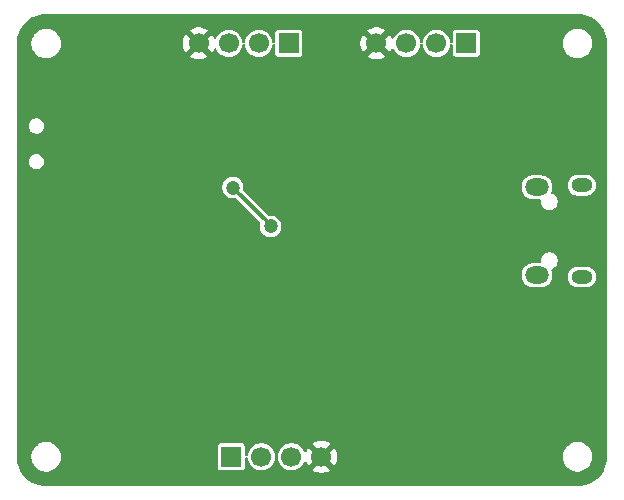
<source format=gbr>
%TF.GenerationSoftware,KiCad,Pcbnew,9.0.1*%
%TF.CreationDate,2025-06-08T22:19:25+02:00*%
%TF.ProjectId,STM32_Custom_Board,53544d33-325f-4437-9573-746f6d5f426f,rev?*%
%TF.SameCoordinates,Original*%
%TF.FileFunction,Copper,L2,Bot*%
%TF.FilePolarity,Positive*%
%FSLAX46Y46*%
G04 Gerber Fmt 4.6, Leading zero omitted, Abs format (unit mm)*
G04 Created by KiCad (PCBNEW 9.0.1) date 2025-06-08 22:19:25*
%MOMM*%
%LPD*%
G01*
G04 APERTURE LIST*
%TA.AperFunction,ComponentPad*%
%ADD10R,1.700000X1.700000*%
%TD*%
%TA.AperFunction,ComponentPad*%
%ADD11C,1.700000*%
%TD*%
%TA.AperFunction,HeatsinkPad*%
%ADD12O,1.800000X1.150000*%
%TD*%
%TA.AperFunction,HeatsinkPad*%
%ADD13O,2.000000X1.450000*%
%TD*%
%TA.AperFunction,ViaPad*%
%ADD14C,1.200000*%
%TD*%
%TA.AperFunction,Conductor*%
%ADD15C,0.300000*%
%TD*%
G04 APERTURE END LIST*
D10*
%TO.P,J3,1,Pin_1*%
%TO.N,+3.3V*%
X91540000Y-59500000D03*
D11*
%TO.P,J3,2,Pin_2*%
%TO.N,/USART1_TX*%
X89000000Y-59500000D03*
%TO.P,J3,3,Pin_3*%
%TO.N,/USART_RX*%
X86460000Y-59500000D03*
%TO.P,J3,4,Pin_4*%
%TO.N,GND*%
X83920000Y-59500000D03*
%TD*%
D12*
%TO.P,J1,6,Shield*%
%TO.N,unconnected-(J1-Shield-Pad6)_3*%
X116350000Y-79275000D03*
D13*
%TO.N,unconnected-(J1-Shield-Pad6)*%
X112550000Y-79125000D03*
%TO.N,unconnected-(J1-Shield-Pad6)_1*%
X112550000Y-71675000D03*
D12*
%TO.N,unconnected-(J1-Shield-Pad6)_2*%
X116350000Y-71525000D03*
%TD*%
D10*
%TO.P,J2,1,Pin_1*%
%TO.N,+3.3V*%
X106580000Y-59500000D03*
D11*
%TO.P,J2,2,Pin_2*%
%TO.N,/SWDIO*%
X104040000Y-59500000D03*
%TO.P,J2,3,Pin_3*%
%TO.N,/SWCLK*%
X101500000Y-59500000D03*
%TO.P,J2,4,Pin_4*%
%TO.N,GND*%
X98960000Y-59500000D03*
%TD*%
D10*
%TO.P,J4,1,Pin_1*%
%TO.N,+3.3V*%
X86690000Y-94500000D03*
D11*
%TO.P,J4,2,Pin_2*%
%TO.N,/I2CS_SCL*%
X89230000Y-94500000D03*
%TO.P,J4,3,Pin_3*%
%TO.N,/I2CS_SDA*%
X91770000Y-94500000D03*
%TO.P,J4,4,Pin_4*%
%TO.N,GND*%
X94310000Y-94500000D03*
%TD*%
D14*
%TO.N,GND*%
X83000000Y-78500000D03*
X90000000Y-66100000D03*
X116700000Y-84500000D03*
X81000000Y-71400000D03*
X78700000Y-79100000D03*
X89400000Y-77900000D03*
X110100000Y-74100000D03*
X109100000Y-83100000D03*
X84750000Y-71800000D03*
X89850000Y-84600000D03*
X84600000Y-85800000D03*
X84400000Y-75700000D03*
X84600000Y-81100000D03*
X109100000Y-84400000D03*
X110600000Y-84400000D03*
X100500000Y-74000000D03*
X74000000Y-70200000D03*
X112000000Y-84500000D03*
X83200000Y-72000000D03*
X93900000Y-78900000D03*
%TO.N,/BOOT0*%
X86800000Y-71700000D03*
X90000000Y-75000000D03*
%TD*%
D15*
%TO.N,/BOOT0*%
X90000000Y-74900000D02*
X90000000Y-75000000D01*
X86800000Y-71700000D02*
X90000000Y-74900000D01*
%TD*%
%TA.AperFunction,Conductor*%
%TO.N,GND*%
G36*
X116003736Y-57000726D02*
G01*
X116293796Y-57018271D01*
X116308659Y-57020076D01*
X116590798Y-57071780D01*
X116605335Y-57075363D01*
X116879172Y-57160695D01*
X116893163Y-57166000D01*
X117154743Y-57283727D01*
X117167989Y-57290680D01*
X117413465Y-57439075D01*
X117425776Y-57447573D01*
X117651573Y-57624473D01*
X117662781Y-57634403D01*
X117865596Y-57837218D01*
X117875526Y-57848426D01*
X117995481Y-58001538D01*
X118052422Y-58074217D01*
X118060928Y-58086540D01*
X118209316Y-58332004D01*
X118216275Y-58345263D01*
X118333997Y-58606831D01*
X118339306Y-58620832D01*
X118424635Y-58894663D01*
X118428219Y-58909201D01*
X118479923Y-59191340D01*
X118481728Y-59206205D01*
X118499274Y-59496263D01*
X118499500Y-59503750D01*
X118499500Y-94496249D01*
X118499274Y-94503736D01*
X118481728Y-94793794D01*
X118479923Y-94808659D01*
X118428219Y-95090798D01*
X118424635Y-95105336D01*
X118339306Y-95379167D01*
X118333997Y-95393168D01*
X118216275Y-95654736D01*
X118209316Y-95667995D01*
X118060928Y-95913459D01*
X118052422Y-95925782D01*
X117875526Y-96151573D01*
X117865596Y-96162781D01*
X117662781Y-96365596D01*
X117651573Y-96375526D01*
X117425782Y-96552422D01*
X117413459Y-96560928D01*
X117167995Y-96709316D01*
X117154736Y-96716275D01*
X116893168Y-96833997D01*
X116879167Y-96839306D01*
X116605336Y-96924635D01*
X116590798Y-96928219D01*
X116308659Y-96979923D01*
X116293794Y-96981728D01*
X116003736Y-96999274D01*
X115996249Y-96999500D01*
X71003751Y-96999500D01*
X70996264Y-96999274D01*
X70706205Y-96981728D01*
X70691340Y-96979923D01*
X70409201Y-96928219D01*
X70394663Y-96924635D01*
X70120832Y-96839306D01*
X70106831Y-96833997D01*
X69845263Y-96716275D01*
X69832004Y-96709316D01*
X69586540Y-96560928D01*
X69574217Y-96552422D01*
X69348426Y-96375526D01*
X69337218Y-96365596D01*
X69134403Y-96162781D01*
X69124473Y-96151573D01*
X68947573Y-95925776D01*
X68939075Y-95913465D01*
X68790680Y-95667989D01*
X68783727Y-95654743D01*
X68666000Y-95393163D01*
X68660693Y-95379167D01*
X68660190Y-95377554D01*
X68575363Y-95105335D01*
X68571780Y-95090798D01*
X68520076Y-94808659D01*
X68518271Y-94793794D01*
X68518212Y-94792826D01*
X68500726Y-94503736D01*
X68500500Y-94496249D01*
X68500500Y-94401577D01*
X69749500Y-94401577D01*
X69749500Y-94598422D01*
X69780290Y-94792826D01*
X69841117Y-94980029D01*
X69930476Y-95155405D01*
X70046172Y-95314646D01*
X70185354Y-95453828D01*
X70344595Y-95569524D01*
X70427455Y-95611743D01*
X70519970Y-95658882D01*
X70519972Y-95658882D01*
X70519975Y-95658884D01*
X70548016Y-95667995D01*
X70707173Y-95719709D01*
X70901578Y-95750500D01*
X70901583Y-95750500D01*
X71098422Y-95750500D01*
X71292826Y-95719709D01*
X71480025Y-95658884D01*
X71655405Y-95569524D01*
X71814646Y-95453828D01*
X71953828Y-95314646D01*
X72069524Y-95155405D01*
X72158884Y-94980025D01*
X72219709Y-94792826D01*
X72238851Y-94671969D01*
X72250500Y-94598422D01*
X72250500Y-94401577D01*
X72219709Y-94207173D01*
X72183450Y-94095581D01*
X72158884Y-94019975D01*
X72158882Y-94019972D01*
X72158882Y-94019970D01*
X72111743Y-93927455D01*
X72069524Y-93844595D01*
X71953828Y-93685354D01*
X71873605Y-93605131D01*
X85539500Y-93605131D01*
X85539500Y-95394856D01*
X85539502Y-95394882D01*
X85542413Y-95419987D01*
X85542415Y-95419991D01*
X85587793Y-95522764D01*
X85587794Y-95522765D01*
X85667235Y-95602206D01*
X85770009Y-95647585D01*
X85795135Y-95650500D01*
X87584864Y-95650499D01*
X87584879Y-95650497D01*
X87584882Y-95650497D01*
X87609987Y-95647586D01*
X87609988Y-95647585D01*
X87609991Y-95647585D01*
X87712765Y-95602206D01*
X87792206Y-95522765D01*
X87837585Y-95419991D01*
X87840500Y-95394865D01*
X87840499Y-94657125D01*
X87860183Y-94590089D01*
X87912987Y-94544334D01*
X87982146Y-94534390D01*
X88045702Y-94563415D01*
X88083476Y-94622193D01*
X88086972Y-94637729D01*
X88107829Y-94769410D01*
X88163787Y-94941636D01*
X88163788Y-94941639D01*
X88246006Y-95102997D01*
X88352441Y-95249494D01*
X88352445Y-95249499D01*
X88480500Y-95377554D01*
X88480505Y-95377558D01*
X88585479Y-95453825D01*
X88627006Y-95483996D01*
X88703094Y-95522765D01*
X88788360Y-95566211D01*
X88788363Y-95566212D01*
X88874476Y-95594191D01*
X88960591Y-95622171D01*
X89043429Y-95635291D01*
X89139449Y-95650500D01*
X89139454Y-95650500D01*
X89320551Y-95650500D01*
X89407259Y-95636765D01*
X89499409Y-95622171D01*
X89671639Y-95566211D01*
X89832994Y-95483996D01*
X89979501Y-95377553D01*
X90107553Y-95249501D01*
X90213996Y-95102994D01*
X90296211Y-94941639D01*
X90352171Y-94769409D01*
X90367604Y-94671969D01*
X90377527Y-94609321D01*
X90407456Y-94546186D01*
X90466768Y-94509255D01*
X90536630Y-94510253D01*
X90594863Y-94548863D01*
X90622473Y-94609321D01*
X90647829Y-94769410D01*
X90703787Y-94941636D01*
X90703788Y-94941639D01*
X90786006Y-95102997D01*
X90892441Y-95249494D01*
X90892445Y-95249499D01*
X91020500Y-95377554D01*
X91020505Y-95377558D01*
X91125479Y-95453825D01*
X91167006Y-95483996D01*
X91243094Y-95522765D01*
X91328360Y-95566211D01*
X91328363Y-95566212D01*
X91414476Y-95594191D01*
X91500591Y-95622171D01*
X91583429Y-95635291D01*
X91679449Y-95650500D01*
X91679454Y-95650500D01*
X91860551Y-95650500D01*
X91947259Y-95636765D01*
X92039409Y-95622171D01*
X92211639Y-95566211D01*
X92372994Y-95483996D01*
X92495669Y-95394868D01*
X92519495Y-95377558D01*
X92519497Y-95377555D01*
X92519501Y-95377553D01*
X92647553Y-95249501D01*
X92753996Y-95102994D01*
X92821090Y-94971314D01*
X92869065Y-94920519D01*
X92936886Y-94903724D01*
X93003021Y-94926262D01*
X93046472Y-94980977D01*
X93049506Y-94989292D01*
X93058904Y-95018217D01*
X93155375Y-95207550D01*
X93194728Y-95261716D01*
X93827037Y-94629408D01*
X93844075Y-94692993D01*
X93909901Y-94807007D01*
X94002993Y-94900099D01*
X94117007Y-94965925D01*
X94180590Y-94982962D01*
X93548282Y-95615269D01*
X93548282Y-95615270D01*
X93602449Y-95654624D01*
X93791782Y-95751095D01*
X93993870Y-95816757D01*
X94203754Y-95850000D01*
X94416246Y-95850000D01*
X94626127Y-95816757D01*
X94626130Y-95816757D01*
X94828217Y-95751095D01*
X95017554Y-95654622D01*
X95071716Y-95615270D01*
X95071717Y-95615270D01*
X94439408Y-94982962D01*
X94502993Y-94965925D01*
X94617007Y-94900099D01*
X94710099Y-94807007D01*
X94775925Y-94692993D01*
X94792962Y-94629408D01*
X95425270Y-95261717D01*
X95425270Y-95261716D01*
X95464622Y-95207554D01*
X95561095Y-95018217D01*
X95626757Y-94816130D01*
X95626757Y-94816127D01*
X95660000Y-94606246D01*
X95660000Y-94401577D01*
X114749500Y-94401577D01*
X114749500Y-94598422D01*
X114780290Y-94792826D01*
X114841117Y-94980029D01*
X114930476Y-95155405D01*
X115046172Y-95314646D01*
X115185354Y-95453828D01*
X115344595Y-95569524D01*
X115427455Y-95611743D01*
X115519970Y-95658882D01*
X115519972Y-95658882D01*
X115519975Y-95658884D01*
X115548016Y-95667995D01*
X115707173Y-95719709D01*
X115901578Y-95750500D01*
X115901583Y-95750500D01*
X116098422Y-95750500D01*
X116292826Y-95719709D01*
X116480025Y-95658884D01*
X116655405Y-95569524D01*
X116814646Y-95453828D01*
X116953828Y-95314646D01*
X117069524Y-95155405D01*
X117158884Y-94980025D01*
X117219709Y-94792826D01*
X117238851Y-94671969D01*
X117250500Y-94598422D01*
X117250500Y-94401577D01*
X117219709Y-94207173D01*
X117183450Y-94095581D01*
X117158884Y-94019975D01*
X117158882Y-94019972D01*
X117158882Y-94019970D01*
X117111743Y-93927455D01*
X117069524Y-93844595D01*
X116953828Y-93685354D01*
X116814646Y-93546172D01*
X116655405Y-93430476D01*
X116591261Y-93397793D01*
X116480029Y-93341117D01*
X116292826Y-93280290D01*
X116098422Y-93249500D01*
X116098417Y-93249500D01*
X115901583Y-93249500D01*
X115901578Y-93249500D01*
X115707173Y-93280290D01*
X115519970Y-93341117D01*
X115344594Y-93430476D01*
X115280238Y-93477234D01*
X115185354Y-93546172D01*
X115185352Y-93546174D01*
X115185351Y-93546174D01*
X115046174Y-93685351D01*
X115046174Y-93685352D01*
X115046172Y-93685354D01*
X115007717Y-93738282D01*
X114930476Y-93844594D01*
X114841117Y-94019970D01*
X114780290Y-94207173D01*
X114749500Y-94401577D01*
X95660000Y-94401577D01*
X95660000Y-94393753D01*
X95626757Y-94183872D01*
X95626757Y-94183869D01*
X95561095Y-93981782D01*
X95464624Y-93792449D01*
X95425270Y-93738282D01*
X95425269Y-93738282D01*
X94792962Y-94370590D01*
X94775925Y-94307007D01*
X94710099Y-94192993D01*
X94617007Y-94099901D01*
X94502993Y-94034075D01*
X94439409Y-94017037D01*
X95071716Y-93384728D01*
X95017550Y-93345375D01*
X94828217Y-93248904D01*
X94626129Y-93183242D01*
X94416246Y-93150000D01*
X94203754Y-93150000D01*
X93993872Y-93183242D01*
X93993869Y-93183242D01*
X93791782Y-93248904D01*
X93602439Y-93345380D01*
X93548282Y-93384727D01*
X93548282Y-93384728D01*
X94180591Y-94017037D01*
X94117007Y-94034075D01*
X94002993Y-94099901D01*
X93909901Y-94192993D01*
X93844075Y-94307007D01*
X93827037Y-94370591D01*
X93194728Y-93738282D01*
X93194727Y-93738282D01*
X93155380Y-93792439D01*
X93058905Y-93981781D01*
X93049506Y-94010708D01*
X93010068Y-94068383D01*
X92945709Y-94095581D01*
X92876862Y-94083666D01*
X92825387Y-94036421D01*
X92821090Y-94028684D01*
X92797191Y-93981781D01*
X92753996Y-93897006D01*
X92740396Y-93878287D01*
X92647558Y-93750505D01*
X92647554Y-93750500D01*
X92519499Y-93622445D01*
X92519494Y-93622441D01*
X92395432Y-93532305D01*
X92372996Y-93516005D01*
X92211639Y-93433788D01*
X92211636Y-93433787D01*
X92039410Y-93377829D01*
X91860551Y-93349500D01*
X91860546Y-93349500D01*
X91679454Y-93349500D01*
X91679449Y-93349500D01*
X91500589Y-93377829D01*
X91328363Y-93433787D01*
X91328360Y-93433788D01*
X91167002Y-93516006D01*
X91020505Y-93622441D01*
X91020500Y-93622445D01*
X90892445Y-93750500D01*
X90892441Y-93750505D01*
X90786006Y-93897002D01*
X90703788Y-94058360D01*
X90703787Y-94058363D01*
X90647829Y-94230589D01*
X90622473Y-94390678D01*
X90592544Y-94453813D01*
X90533232Y-94490744D01*
X90463369Y-94489746D01*
X90405137Y-94451136D01*
X90377527Y-94390678D01*
X90363740Y-94303639D01*
X90352171Y-94230591D01*
X90309708Y-94099901D01*
X90296212Y-94058363D01*
X90296211Y-94058360D01*
X90257191Y-93981781D01*
X90213996Y-93897006D01*
X90200396Y-93878287D01*
X90107558Y-93750505D01*
X90107554Y-93750500D01*
X89979499Y-93622445D01*
X89979494Y-93622441D01*
X89832997Y-93516006D01*
X89832996Y-93516005D01*
X89832994Y-93516004D01*
X89756906Y-93477235D01*
X89671639Y-93433788D01*
X89671636Y-93433787D01*
X89499410Y-93377829D01*
X89320551Y-93349500D01*
X89320546Y-93349500D01*
X89139454Y-93349500D01*
X89139449Y-93349500D01*
X88960589Y-93377829D01*
X88788363Y-93433787D01*
X88788360Y-93433788D01*
X88627002Y-93516006D01*
X88480505Y-93622441D01*
X88480500Y-93622445D01*
X88352445Y-93750500D01*
X88352441Y-93750505D01*
X88246006Y-93897002D01*
X88163788Y-94058360D01*
X88163787Y-94058363D01*
X88107829Y-94230589D01*
X88086972Y-94362271D01*
X88057042Y-94425405D01*
X87997731Y-94462336D01*
X87927868Y-94461338D01*
X87869636Y-94422728D01*
X87841522Y-94358764D01*
X87840499Y-94342872D01*
X87840499Y-93605143D01*
X87840499Y-93605136D01*
X87840497Y-93605117D01*
X87837586Y-93580012D01*
X87837585Y-93580010D01*
X87837585Y-93580009D01*
X87792206Y-93477235D01*
X87712765Y-93397794D01*
X87712763Y-93397793D01*
X87609992Y-93352415D01*
X87584865Y-93349500D01*
X85795143Y-93349500D01*
X85795117Y-93349502D01*
X85770012Y-93352413D01*
X85770008Y-93352415D01*
X85667235Y-93397793D01*
X85587794Y-93477234D01*
X85542415Y-93580006D01*
X85542415Y-93580008D01*
X85539500Y-93605131D01*
X71873605Y-93605131D01*
X71814646Y-93546172D01*
X71655405Y-93430476D01*
X71591261Y-93397793D01*
X71480029Y-93341117D01*
X71292826Y-93280290D01*
X71098422Y-93249500D01*
X71098417Y-93249500D01*
X70901583Y-93249500D01*
X70901578Y-93249500D01*
X70707173Y-93280290D01*
X70519970Y-93341117D01*
X70344594Y-93430476D01*
X70280238Y-93477234D01*
X70185354Y-93546172D01*
X70185352Y-93546174D01*
X70185351Y-93546174D01*
X70046174Y-93685351D01*
X70046174Y-93685352D01*
X70046172Y-93685354D01*
X70007717Y-93738282D01*
X69930476Y-93844594D01*
X69841117Y-94019970D01*
X69780290Y-94207173D01*
X69749500Y-94401577D01*
X68500500Y-94401577D01*
X68500500Y-79023992D01*
X111249500Y-79023992D01*
X111249500Y-79226007D01*
X111288907Y-79424119D01*
X111288909Y-79424127D01*
X111366212Y-79610752D01*
X111366217Y-79610762D01*
X111478441Y-79778718D01*
X111621281Y-79921558D01*
X111789237Y-80033782D01*
X111789241Y-80033784D01*
X111789244Y-80033786D01*
X111975873Y-80111091D01*
X112173992Y-80150499D01*
X112173996Y-80150500D01*
X112173997Y-80150500D01*
X112926004Y-80150500D01*
X112926005Y-80150499D01*
X113124127Y-80111091D01*
X113310756Y-80033786D01*
X113478718Y-79921558D01*
X113621558Y-79778718D01*
X113733786Y-79610756D01*
X113811091Y-79424127D01*
X113850500Y-79226003D01*
X113850500Y-79188766D01*
X115149500Y-79188766D01*
X115149500Y-79361233D01*
X115183143Y-79530366D01*
X115183146Y-79530378D01*
X115249138Y-79689698D01*
X115249145Y-79689711D01*
X115344954Y-79833098D01*
X115344957Y-79833102D01*
X115466897Y-79955042D01*
X115466901Y-79955045D01*
X115610288Y-80050854D01*
X115610301Y-80050861D01*
X115755708Y-80111090D01*
X115769626Y-80116855D01*
X115938766Y-80150499D01*
X115938769Y-80150500D01*
X115938771Y-80150500D01*
X116761231Y-80150500D01*
X116761232Y-80150499D01*
X116930374Y-80116855D01*
X117089705Y-80050858D01*
X117233099Y-79955045D01*
X117355045Y-79833099D01*
X117450858Y-79689705D01*
X117516855Y-79530374D01*
X117550500Y-79361229D01*
X117550500Y-79188771D01*
X117550500Y-79188768D01*
X117550499Y-79188766D01*
X117516856Y-79019633D01*
X117516855Y-79019626D01*
X117516853Y-79019621D01*
X117450861Y-78860301D01*
X117450854Y-78860288D01*
X117355045Y-78716901D01*
X117355042Y-78716897D01*
X117233102Y-78594957D01*
X117233098Y-78594954D01*
X117089711Y-78499145D01*
X117089698Y-78499138D01*
X116930378Y-78433146D01*
X116930366Y-78433143D01*
X116761232Y-78399500D01*
X116761229Y-78399500D01*
X115938771Y-78399500D01*
X115938768Y-78399500D01*
X115769633Y-78433143D01*
X115769621Y-78433146D01*
X115610301Y-78499138D01*
X115610288Y-78499145D01*
X115466901Y-78594954D01*
X115466897Y-78594957D01*
X115344957Y-78716897D01*
X115344954Y-78716901D01*
X115249145Y-78860288D01*
X115249138Y-78860301D01*
X115183146Y-79019621D01*
X115183143Y-79019633D01*
X115149500Y-79188766D01*
X113850500Y-79188766D01*
X113850500Y-79023997D01*
X113811091Y-78825873D01*
X113768354Y-78722697D01*
X113760885Y-78653227D01*
X113792160Y-78590748D01*
X113835457Y-78560685D01*
X113931811Y-78520775D01*
X114046542Y-78444114D01*
X114144114Y-78346542D01*
X114220775Y-78231811D01*
X114227236Y-78216214D01*
X114273578Y-78104332D01*
X114273580Y-78104328D01*
X114287975Y-78031959D01*
X114300500Y-77968995D01*
X114300500Y-77831004D01*
X114273581Y-77695677D01*
X114273580Y-77695676D01*
X114273580Y-77695672D01*
X114273578Y-77695667D01*
X114220778Y-77568195D01*
X114220771Y-77568182D01*
X114144114Y-77453458D01*
X114144111Y-77453454D01*
X114046545Y-77355888D01*
X114046541Y-77355885D01*
X113931817Y-77279228D01*
X113931804Y-77279221D01*
X113804332Y-77226421D01*
X113804322Y-77226418D01*
X113668995Y-77199500D01*
X113668993Y-77199500D01*
X113531007Y-77199500D01*
X113531005Y-77199500D01*
X113395677Y-77226418D01*
X113395667Y-77226421D01*
X113268195Y-77279221D01*
X113268182Y-77279228D01*
X113153458Y-77355885D01*
X113153454Y-77355888D01*
X113055888Y-77453454D01*
X113055885Y-77453458D01*
X112979228Y-77568182D01*
X112979221Y-77568195D01*
X112926421Y-77695667D01*
X112926418Y-77695677D01*
X112899500Y-77831004D01*
X112899500Y-77975085D01*
X112896710Y-77975085D01*
X112885942Y-78031959D01*
X112837892Y-78082683D01*
X112775541Y-78099500D01*
X112173992Y-78099500D01*
X111975880Y-78138907D01*
X111975872Y-78138909D01*
X111789247Y-78216212D01*
X111789237Y-78216217D01*
X111621281Y-78328441D01*
X111478441Y-78471281D01*
X111366217Y-78639237D01*
X111366212Y-78639247D01*
X111288909Y-78825872D01*
X111288907Y-78825880D01*
X111249500Y-79023992D01*
X68500500Y-79023992D01*
X68500500Y-71611304D01*
X85899500Y-71611304D01*
X85899500Y-71788695D01*
X85934103Y-71962658D01*
X85934106Y-71962667D01*
X86001983Y-72126540D01*
X86001990Y-72126553D01*
X86100535Y-72274034D01*
X86100538Y-72274038D01*
X86225961Y-72399461D01*
X86225965Y-72399464D01*
X86373446Y-72498009D01*
X86373459Y-72498016D01*
X86496363Y-72548923D01*
X86537334Y-72565894D01*
X86537336Y-72565894D01*
X86537341Y-72565896D01*
X86711304Y-72600499D01*
X86711307Y-72600500D01*
X86711309Y-72600500D01*
X86888692Y-72600500D01*
X86900923Y-72598066D01*
X86969406Y-72584444D01*
X87038994Y-72590670D01*
X87081277Y-72618380D01*
X89098209Y-74635312D01*
X89131694Y-74696635D01*
X89132145Y-74747184D01*
X89099500Y-74911304D01*
X89099500Y-75088695D01*
X89134103Y-75262658D01*
X89134106Y-75262667D01*
X89201983Y-75426540D01*
X89201990Y-75426553D01*
X89300535Y-75574034D01*
X89300538Y-75574038D01*
X89425961Y-75699461D01*
X89425965Y-75699464D01*
X89573446Y-75798009D01*
X89573459Y-75798016D01*
X89696363Y-75848923D01*
X89737334Y-75865894D01*
X89737336Y-75865894D01*
X89737341Y-75865896D01*
X89911304Y-75900499D01*
X89911307Y-75900500D01*
X89911309Y-75900500D01*
X90088693Y-75900500D01*
X90088694Y-75900499D01*
X90146682Y-75888964D01*
X90262658Y-75865896D01*
X90262661Y-75865894D01*
X90262666Y-75865894D01*
X90426547Y-75798013D01*
X90574035Y-75699464D01*
X90699464Y-75574035D01*
X90798013Y-75426547D01*
X90865894Y-75262666D01*
X90900500Y-75088691D01*
X90900500Y-74911309D01*
X90900500Y-74911306D01*
X90900499Y-74911304D01*
X90865896Y-74737341D01*
X90865893Y-74737332D01*
X90798016Y-74573459D01*
X90798009Y-74573446D01*
X90699464Y-74425965D01*
X90699461Y-74425961D01*
X90574038Y-74300538D01*
X90574034Y-74300535D01*
X90426553Y-74201990D01*
X90426540Y-74201983D01*
X90262667Y-74134106D01*
X90262658Y-74134103D01*
X90088694Y-74099500D01*
X90088691Y-74099500D01*
X89911309Y-74099500D01*
X89911307Y-74099500D01*
X89905245Y-74100097D01*
X89905055Y-74098168D01*
X89844383Y-74092725D01*
X89802130Y-74065027D01*
X87718380Y-71981277D01*
X87684895Y-71919954D01*
X87684444Y-71869408D01*
X87700500Y-71788691D01*
X87700500Y-71611309D01*
X87700500Y-71611306D01*
X87700499Y-71611304D01*
X87696679Y-71592096D01*
X87693078Y-71573992D01*
X111249500Y-71573992D01*
X111249500Y-71776007D01*
X111288907Y-71974119D01*
X111288909Y-71974127D01*
X111366212Y-72160752D01*
X111366217Y-72160762D01*
X111478441Y-72328718D01*
X111621281Y-72471558D01*
X111789237Y-72583782D01*
X111789241Y-72583784D01*
X111789244Y-72583786D01*
X111975873Y-72661091D01*
X112149700Y-72695667D01*
X112173992Y-72700499D01*
X112173996Y-72700500D01*
X112173997Y-72700500D01*
X112775541Y-72700500D01*
X112842580Y-72720185D01*
X112888335Y-72772989D01*
X112896980Y-72824915D01*
X112899500Y-72824915D01*
X112899500Y-72831007D01*
X112899500Y-72968993D01*
X112899500Y-72968995D01*
X112899499Y-72968995D01*
X112926418Y-73104322D01*
X112926421Y-73104332D01*
X112979221Y-73231804D01*
X112979228Y-73231817D01*
X113055885Y-73346541D01*
X113055888Y-73346545D01*
X113153454Y-73444111D01*
X113153458Y-73444114D01*
X113268182Y-73520771D01*
X113268195Y-73520778D01*
X113395667Y-73573578D01*
X113395672Y-73573580D01*
X113395676Y-73573580D01*
X113395677Y-73573581D01*
X113531004Y-73600500D01*
X113531007Y-73600500D01*
X113668995Y-73600500D01*
X113760041Y-73582389D01*
X113804328Y-73573580D01*
X113931811Y-73520775D01*
X114046542Y-73444114D01*
X114144114Y-73346542D01*
X114220775Y-73231811D01*
X114273580Y-73104328D01*
X114300500Y-72968993D01*
X114300500Y-72831007D01*
X114300500Y-72831004D01*
X114273581Y-72695677D01*
X114273580Y-72695676D01*
X114273580Y-72695672D01*
X114234159Y-72600500D01*
X114220778Y-72568195D01*
X114220771Y-72568182D01*
X114144114Y-72453458D01*
X114144111Y-72453454D01*
X114046545Y-72355888D01*
X114046541Y-72355885D01*
X113931817Y-72279228D01*
X113931804Y-72279221D01*
X113835462Y-72239316D01*
X113781058Y-72195476D01*
X113758993Y-72129182D01*
X113768351Y-72077307D01*
X113811091Y-71974127D01*
X113850500Y-71776003D01*
X113850500Y-71573997D01*
X113850345Y-71573222D01*
X113827203Y-71456870D01*
X113823602Y-71438766D01*
X115149500Y-71438766D01*
X115149500Y-71611233D01*
X115183143Y-71780366D01*
X115183146Y-71780378D01*
X115249138Y-71939698D01*
X115249145Y-71939711D01*
X115344954Y-72083098D01*
X115344957Y-72083102D01*
X115466897Y-72205042D01*
X115466901Y-72205045D01*
X115610288Y-72300854D01*
X115610301Y-72300861D01*
X115743142Y-72355885D01*
X115769626Y-72366855D01*
X115933548Y-72399461D01*
X115938766Y-72400499D01*
X115938769Y-72400500D01*
X115938771Y-72400500D01*
X116761231Y-72400500D01*
X116761232Y-72400499D01*
X116930374Y-72366855D01*
X117089705Y-72300858D01*
X117233099Y-72205045D01*
X117355045Y-72083099D01*
X117450858Y-71939705D01*
X117516855Y-71780374D01*
X117550500Y-71611229D01*
X117550500Y-71438771D01*
X117550500Y-71438768D01*
X117550499Y-71438766D01*
X117537989Y-71375873D01*
X117516855Y-71269626D01*
X117457349Y-71125965D01*
X117450861Y-71110301D01*
X117450854Y-71110288D01*
X117355045Y-70966901D01*
X117355042Y-70966897D01*
X117233102Y-70844957D01*
X117233098Y-70844954D01*
X117089711Y-70749145D01*
X117089698Y-70749138D01*
X116930378Y-70683146D01*
X116930366Y-70683143D01*
X116761232Y-70649500D01*
X116761229Y-70649500D01*
X115938771Y-70649500D01*
X115938768Y-70649500D01*
X115769633Y-70683143D01*
X115769621Y-70683146D01*
X115610301Y-70749138D01*
X115610288Y-70749145D01*
X115466901Y-70844954D01*
X115466897Y-70844957D01*
X115344957Y-70966897D01*
X115344954Y-70966901D01*
X115249145Y-71110288D01*
X115249138Y-71110301D01*
X115183146Y-71269621D01*
X115183143Y-71269633D01*
X115149500Y-71438766D01*
X113823602Y-71438766D01*
X113811092Y-71375880D01*
X113811091Y-71375873D01*
X113733786Y-71189244D01*
X113733784Y-71189241D01*
X113733782Y-71189237D01*
X113621558Y-71021281D01*
X113478718Y-70878441D01*
X113310762Y-70766217D01*
X113310752Y-70766212D01*
X113124127Y-70688909D01*
X113124119Y-70688907D01*
X112926007Y-70649500D01*
X112926003Y-70649500D01*
X112173997Y-70649500D01*
X112173992Y-70649500D01*
X111975880Y-70688907D01*
X111975872Y-70688909D01*
X111789247Y-70766212D01*
X111789237Y-70766217D01*
X111621281Y-70878441D01*
X111478441Y-71021281D01*
X111366217Y-71189237D01*
X111366212Y-71189247D01*
X111288909Y-71375872D01*
X111288907Y-71375880D01*
X111249500Y-71573992D01*
X87693078Y-71573992D01*
X87665895Y-71437340D01*
X87665894Y-71437334D01*
X87640436Y-71375872D01*
X87598016Y-71273459D01*
X87598009Y-71273446D01*
X87499464Y-71125965D01*
X87499461Y-71125961D01*
X87374038Y-71000538D01*
X87374034Y-71000535D01*
X87226553Y-70901990D01*
X87226540Y-70901983D01*
X87062667Y-70834106D01*
X87062658Y-70834103D01*
X86888694Y-70799500D01*
X86888691Y-70799500D01*
X86711309Y-70799500D01*
X86711306Y-70799500D01*
X86537341Y-70834103D01*
X86537332Y-70834106D01*
X86373459Y-70901983D01*
X86373446Y-70901990D01*
X86225965Y-71000535D01*
X86225961Y-71000538D01*
X86100538Y-71125961D01*
X86100535Y-71125965D01*
X86001990Y-71273446D01*
X86001983Y-71273459D01*
X85934106Y-71437332D01*
X85934103Y-71437341D01*
X85899500Y-71611304D01*
X68500500Y-71611304D01*
X68500500Y-69564071D01*
X69519499Y-69564071D01*
X69544497Y-69689738D01*
X69544499Y-69689744D01*
X69593533Y-69808124D01*
X69593538Y-69808133D01*
X69664723Y-69914668D01*
X69664726Y-69914672D01*
X69755327Y-70005273D01*
X69755331Y-70005276D01*
X69861866Y-70076461D01*
X69861872Y-70076464D01*
X69861873Y-70076465D01*
X69980256Y-70125501D01*
X69980260Y-70125501D01*
X69980261Y-70125502D01*
X70105928Y-70150500D01*
X70105931Y-70150500D01*
X70234071Y-70150500D01*
X70318615Y-70133682D01*
X70359744Y-70125501D01*
X70478127Y-70076465D01*
X70584669Y-70005276D01*
X70675276Y-69914669D01*
X70746465Y-69808127D01*
X70795501Y-69689744D01*
X70820500Y-69564069D01*
X70820500Y-69435931D01*
X70820500Y-69435928D01*
X70795502Y-69310261D01*
X70795501Y-69310260D01*
X70795501Y-69310256D01*
X70746465Y-69191873D01*
X70746464Y-69191872D01*
X70746461Y-69191866D01*
X70675276Y-69085331D01*
X70675273Y-69085327D01*
X70584672Y-68994726D01*
X70584668Y-68994723D01*
X70478133Y-68923538D01*
X70478124Y-68923533D01*
X70359744Y-68874499D01*
X70359738Y-68874497D01*
X70234071Y-68849500D01*
X70234069Y-68849500D01*
X70105931Y-68849500D01*
X70105929Y-68849500D01*
X69980261Y-68874497D01*
X69980255Y-68874499D01*
X69861875Y-68923533D01*
X69861866Y-68923538D01*
X69755331Y-68994723D01*
X69755327Y-68994726D01*
X69664726Y-69085327D01*
X69664723Y-69085331D01*
X69593538Y-69191866D01*
X69593533Y-69191875D01*
X69544499Y-69310255D01*
X69544497Y-69310261D01*
X69519500Y-69435928D01*
X69519500Y-69435931D01*
X69519500Y-69564069D01*
X69519500Y-69564071D01*
X69519499Y-69564071D01*
X68500500Y-69564071D01*
X68500500Y-66564071D01*
X69519499Y-66564071D01*
X69544497Y-66689738D01*
X69544499Y-66689744D01*
X69593533Y-66808124D01*
X69593538Y-66808133D01*
X69664723Y-66914668D01*
X69664726Y-66914672D01*
X69755327Y-67005273D01*
X69755331Y-67005276D01*
X69861866Y-67076461D01*
X69861872Y-67076464D01*
X69861873Y-67076465D01*
X69980256Y-67125501D01*
X69980260Y-67125501D01*
X69980261Y-67125502D01*
X70105928Y-67150500D01*
X70105931Y-67150500D01*
X70234071Y-67150500D01*
X70318615Y-67133682D01*
X70359744Y-67125501D01*
X70478127Y-67076465D01*
X70584669Y-67005276D01*
X70675276Y-66914669D01*
X70746465Y-66808127D01*
X70795501Y-66689744D01*
X70820500Y-66564069D01*
X70820500Y-66435931D01*
X70820500Y-66435928D01*
X70795502Y-66310261D01*
X70795501Y-66310260D01*
X70795501Y-66310256D01*
X70746465Y-66191873D01*
X70746464Y-66191872D01*
X70746461Y-66191866D01*
X70675276Y-66085331D01*
X70675273Y-66085327D01*
X70584672Y-65994726D01*
X70584668Y-65994723D01*
X70478133Y-65923538D01*
X70478124Y-65923533D01*
X70359744Y-65874499D01*
X70359738Y-65874497D01*
X70234071Y-65849500D01*
X70234069Y-65849500D01*
X70105931Y-65849500D01*
X70105929Y-65849500D01*
X69980261Y-65874497D01*
X69980255Y-65874499D01*
X69861875Y-65923533D01*
X69861866Y-65923538D01*
X69755331Y-65994723D01*
X69755327Y-65994726D01*
X69664726Y-66085327D01*
X69664723Y-66085331D01*
X69593538Y-66191866D01*
X69593533Y-66191875D01*
X69544499Y-66310255D01*
X69544497Y-66310261D01*
X69519500Y-66435928D01*
X69519500Y-66435931D01*
X69519500Y-66564069D01*
X69519500Y-66564071D01*
X69519499Y-66564071D01*
X68500500Y-66564071D01*
X68500500Y-59503750D01*
X68500726Y-59496263D01*
X68506454Y-59401577D01*
X69749500Y-59401577D01*
X69749500Y-59598422D01*
X69780290Y-59792826D01*
X69841117Y-59980029D01*
X69903771Y-60102994D01*
X69930476Y-60155405D01*
X70046172Y-60314646D01*
X70185354Y-60453828D01*
X70344595Y-60569524D01*
X70427455Y-60611743D01*
X70519970Y-60658882D01*
X70519972Y-60658882D01*
X70519975Y-60658884D01*
X70620317Y-60691487D01*
X70707173Y-60719709D01*
X70901578Y-60750500D01*
X70901583Y-60750500D01*
X71098422Y-60750500D01*
X71292826Y-60719709D01*
X71480025Y-60658884D01*
X71655405Y-60569524D01*
X71814646Y-60453828D01*
X71953828Y-60314646D01*
X72069524Y-60155405D01*
X72158884Y-59980025D01*
X72219709Y-59792826D01*
X72235521Y-59692993D01*
X72250500Y-59598422D01*
X72250500Y-59401580D01*
X72250499Y-59401574D01*
X72249260Y-59393753D01*
X82570000Y-59393753D01*
X82570000Y-59606246D01*
X82603242Y-59816127D01*
X82603242Y-59816130D01*
X82668904Y-60018217D01*
X82765375Y-60207550D01*
X82804728Y-60261716D01*
X83437037Y-59629408D01*
X83454075Y-59692993D01*
X83519901Y-59807007D01*
X83612993Y-59900099D01*
X83727007Y-59965925D01*
X83790590Y-59982962D01*
X83158282Y-60615269D01*
X83158282Y-60615270D01*
X83212449Y-60654624D01*
X83401782Y-60751095D01*
X83603870Y-60816757D01*
X83813754Y-60850000D01*
X84026246Y-60850000D01*
X84236127Y-60816757D01*
X84236130Y-60816757D01*
X84438217Y-60751095D01*
X84627554Y-60654622D01*
X84681716Y-60615270D01*
X84681717Y-60615270D01*
X84049408Y-59982962D01*
X84112993Y-59965925D01*
X84227007Y-59900099D01*
X84320099Y-59807007D01*
X84385925Y-59692993D01*
X84402962Y-59629409D01*
X85035270Y-60261717D01*
X85035270Y-60261716D01*
X85074622Y-60207554D01*
X85171095Y-60018217D01*
X85180492Y-59989295D01*
X85219928Y-59931618D01*
X85284286Y-59904419D01*
X85353133Y-59916331D01*
X85404610Y-59963574D01*
X85408908Y-59971314D01*
X85476004Y-60102995D01*
X85582441Y-60249494D01*
X85582445Y-60249499D01*
X85710500Y-60377554D01*
X85710505Y-60377558D01*
X85834565Y-60467692D01*
X85857006Y-60483996D01*
X85933094Y-60522765D01*
X86018360Y-60566211D01*
X86018363Y-60566212D01*
X86104476Y-60594191D01*
X86190591Y-60622171D01*
X86273429Y-60635291D01*
X86369449Y-60650500D01*
X86369454Y-60650500D01*
X86550551Y-60650500D01*
X86637259Y-60636765D01*
X86729409Y-60622171D01*
X86901639Y-60566211D01*
X87062994Y-60483996D01*
X87209501Y-60377553D01*
X87337553Y-60249501D01*
X87443996Y-60102994D01*
X87526211Y-59941639D01*
X87582171Y-59769409D01*
X87603027Y-59637729D01*
X87607527Y-59609321D01*
X87637456Y-59546186D01*
X87696768Y-59509255D01*
X87766630Y-59510253D01*
X87824863Y-59548863D01*
X87852473Y-59609321D01*
X87877829Y-59769410D01*
X87933787Y-59941636D01*
X87933788Y-59941639D01*
X88016006Y-60102997D01*
X88122441Y-60249494D01*
X88122445Y-60249499D01*
X88250500Y-60377554D01*
X88250505Y-60377558D01*
X88374565Y-60467692D01*
X88397006Y-60483996D01*
X88473094Y-60522765D01*
X88558360Y-60566211D01*
X88558363Y-60566212D01*
X88644476Y-60594191D01*
X88730591Y-60622171D01*
X88813429Y-60635291D01*
X88909449Y-60650500D01*
X88909454Y-60650500D01*
X89090551Y-60650500D01*
X89177259Y-60636765D01*
X89269409Y-60622171D01*
X89441639Y-60566211D01*
X89602994Y-60483996D01*
X89749501Y-60377553D01*
X89877553Y-60249501D01*
X89983996Y-60102994D01*
X90066211Y-59941639D01*
X90122171Y-59769409D01*
X90143027Y-59637729D01*
X90172956Y-59574595D01*
X90232267Y-59537663D01*
X90302130Y-59538661D01*
X90360363Y-59577271D01*
X90388477Y-59641234D01*
X90389500Y-59657127D01*
X90389500Y-60394856D01*
X90389502Y-60394882D01*
X90392413Y-60419987D01*
X90392415Y-60419991D01*
X90437793Y-60522764D01*
X90437794Y-60522765D01*
X90517235Y-60602206D01*
X90620009Y-60647585D01*
X90645135Y-60650500D01*
X92434864Y-60650499D01*
X92434879Y-60650497D01*
X92434882Y-60650497D01*
X92459987Y-60647586D01*
X92459988Y-60647585D01*
X92459991Y-60647585D01*
X92562765Y-60602206D01*
X92642206Y-60522765D01*
X92687585Y-60419991D01*
X92690500Y-60394865D01*
X92690499Y-59393753D01*
X97610000Y-59393753D01*
X97610000Y-59606246D01*
X97643242Y-59816127D01*
X97643242Y-59816130D01*
X97708904Y-60018217D01*
X97805375Y-60207550D01*
X97844728Y-60261716D01*
X98477037Y-59629408D01*
X98494075Y-59692993D01*
X98559901Y-59807007D01*
X98652993Y-59900099D01*
X98767007Y-59965925D01*
X98830590Y-59982962D01*
X98198282Y-60615269D01*
X98198282Y-60615270D01*
X98252449Y-60654624D01*
X98441782Y-60751095D01*
X98643870Y-60816757D01*
X98853754Y-60850000D01*
X99066246Y-60850000D01*
X99276127Y-60816757D01*
X99276130Y-60816757D01*
X99478217Y-60751095D01*
X99667554Y-60654622D01*
X99721716Y-60615270D01*
X99721717Y-60615270D01*
X99089408Y-59982962D01*
X99152993Y-59965925D01*
X99267007Y-59900099D01*
X99360099Y-59807007D01*
X99425925Y-59692993D01*
X99442962Y-59629408D01*
X100075270Y-60261717D01*
X100075270Y-60261716D01*
X100114622Y-60207554D01*
X100211095Y-60018217D01*
X100220492Y-59989295D01*
X100259928Y-59931618D01*
X100324286Y-59904419D01*
X100393133Y-59916331D01*
X100444610Y-59963574D01*
X100448908Y-59971314D01*
X100516004Y-60102995D01*
X100622441Y-60249494D01*
X100622445Y-60249499D01*
X100750500Y-60377554D01*
X100750505Y-60377558D01*
X100874565Y-60467692D01*
X100897006Y-60483996D01*
X100973094Y-60522765D01*
X101058360Y-60566211D01*
X101058363Y-60566212D01*
X101144476Y-60594191D01*
X101230591Y-60622171D01*
X101313429Y-60635291D01*
X101409449Y-60650500D01*
X101409454Y-60650500D01*
X101590551Y-60650500D01*
X101677259Y-60636765D01*
X101769409Y-60622171D01*
X101941639Y-60566211D01*
X102102994Y-60483996D01*
X102249501Y-60377553D01*
X102377553Y-60249501D01*
X102483996Y-60102994D01*
X102566211Y-59941639D01*
X102622171Y-59769409D01*
X102643027Y-59637729D01*
X102647527Y-59609321D01*
X102677456Y-59546186D01*
X102736768Y-59509255D01*
X102806630Y-59510253D01*
X102864863Y-59548863D01*
X102892473Y-59609321D01*
X102917829Y-59769410D01*
X102973787Y-59941636D01*
X102973788Y-59941639D01*
X103056006Y-60102997D01*
X103162441Y-60249494D01*
X103162445Y-60249499D01*
X103290500Y-60377554D01*
X103290505Y-60377558D01*
X103414565Y-60467692D01*
X103437006Y-60483996D01*
X103513094Y-60522765D01*
X103598360Y-60566211D01*
X103598363Y-60566212D01*
X103684476Y-60594191D01*
X103770591Y-60622171D01*
X103853429Y-60635291D01*
X103949449Y-60650500D01*
X103949454Y-60650500D01*
X104130551Y-60650500D01*
X104217259Y-60636765D01*
X104309409Y-60622171D01*
X104481639Y-60566211D01*
X104642994Y-60483996D01*
X104789501Y-60377553D01*
X104917553Y-60249501D01*
X105023996Y-60102994D01*
X105106211Y-59941639D01*
X105162171Y-59769409D01*
X105183027Y-59637729D01*
X105212956Y-59574595D01*
X105272267Y-59537663D01*
X105342130Y-59538661D01*
X105400363Y-59577271D01*
X105428477Y-59641234D01*
X105429500Y-59657127D01*
X105429500Y-60394856D01*
X105429502Y-60394882D01*
X105432413Y-60419987D01*
X105432415Y-60419991D01*
X105477793Y-60522764D01*
X105477794Y-60522765D01*
X105557235Y-60602206D01*
X105660009Y-60647585D01*
X105685135Y-60650500D01*
X107474864Y-60650499D01*
X107474879Y-60650497D01*
X107474882Y-60650497D01*
X107499987Y-60647586D01*
X107499988Y-60647585D01*
X107499991Y-60647585D01*
X107602765Y-60602206D01*
X107682206Y-60522765D01*
X107727585Y-60419991D01*
X107730500Y-60394865D01*
X107730499Y-59401577D01*
X114749500Y-59401577D01*
X114749500Y-59598422D01*
X114780290Y-59792826D01*
X114841117Y-59980029D01*
X114903771Y-60102994D01*
X114930476Y-60155405D01*
X115046172Y-60314646D01*
X115185354Y-60453828D01*
X115344595Y-60569524D01*
X115427455Y-60611743D01*
X115519970Y-60658882D01*
X115519972Y-60658882D01*
X115519975Y-60658884D01*
X115620317Y-60691487D01*
X115707173Y-60719709D01*
X115901578Y-60750500D01*
X115901583Y-60750500D01*
X116098422Y-60750500D01*
X116292826Y-60719709D01*
X116480025Y-60658884D01*
X116655405Y-60569524D01*
X116814646Y-60453828D01*
X116953828Y-60314646D01*
X117069524Y-60155405D01*
X117158884Y-59980025D01*
X117219709Y-59792826D01*
X117235521Y-59692993D01*
X117250500Y-59598422D01*
X117250500Y-59401577D01*
X117219709Y-59207173D01*
X117184854Y-59099901D01*
X117158884Y-59019975D01*
X117158882Y-59019972D01*
X117158882Y-59019970D01*
X117102442Y-58909201D01*
X117069524Y-58844595D01*
X116953828Y-58685354D01*
X116814646Y-58546172D01*
X116655405Y-58430476D01*
X116591261Y-58397793D01*
X116480029Y-58341117D01*
X116292826Y-58280290D01*
X116098422Y-58249500D01*
X116098417Y-58249500D01*
X115901583Y-58249500D01*
X115901578Y-58249500D01*
X115707173Y-58280290D01*
X115519970Y-58341117D01*
X115344594Y-58430476D01*
X115273577Y-58482074D01*
X115185354Y-58546172D01*
X115185352Y-58546174D01*
X115185351Y-58546174D01*
X115046174Y-58685351D01*
X115046174Y-58685352D01*
X115046172Y-58685354D01*
X115007717Y-58738282D01*
X114930476Y-58844594D01*
X114841117Y-59019970D01*
X114780290Y-59207173D01*
X114749500Y-59401577D01*
X107730499Y-59401577D01*
X107730499Y-58605136D01*
X107730497Y-58605117D01*
X107727586Y-58580012D01*
X107727585Y-58580010D01*
X107727585Y-58580009D01*
X107682206Y-58477235D01*
X107602765Y-58397794D01*
X107602763Y-58397793D01*
X107499992Y-58352415D01*
X107474865Y-58349500D01*
X105685143Y-58349500D01*
X105685117Y-58349502D01*
X105660012Y-58352413D01*
X105660008Y-58352415D01*
X105557235Y-58397793D01*
X105477794Y-58477234D01*
X105432415Y-58580006D01*
X105432415Y-58580008D01*
X105429500Y-58605131D01*
X105429500Y-59342871D01*
X105409815Y-59409910D01*
X105357011Y-59455665D01*
X105287853Y-59465609D01*
X105224297Y-59436584D01*
X105186523Y-59377806D01*
X105183027Y-59362269D01*
X105174274Y-59307007D01*
X105162171Y-59230591D01*
X105106211Y-59058361D01*
X105106211Y-59058360D01*
X105076474Y-59000000D01*
X105023996Y-58897006D01*
X105010396Y-58878287D01*
X104917558Y-58750505D01*
X104917554Y-58750500D01*
X104789499Y-58622445D01*
X104789494Y-58622441D01*
X104642997Y-58516006D01*
X104642996Y-58516005D01*
X104642994Y-58516004D01*
X104566906Y-58477235D01*
X104481639Y-58433788D01*
X104481636Y-58433787D01*
X104309410Y-58377829D01*
X104130551Y-58349500D01*
X104130546Y-58349500D01*
X103949454Y-58349500D01*
X103949449Y-58349500D01*
X103770589Y-58377829D01*
X103598363Y-58433787D01*
X103598360Y-58433788D01*
X103437002Y-58516006D01*
X103290505Y-58622441D01*
X103290500Y-58622445D01*
X103162445Y-58750500D01*
X103162441Y-58750505D01*
X103056006Y-58897002D01*
X102973788Y-59058360D01*
X102973787Y-59058363D01*
X102917829Y-59230589D01*
X102892473Y-59390678D01*
X102862544Y-59453813D01*
X102803232Y-59490744D01*
X102733369Y-59489746D01*
X102675137Y-59451136D01*
X102647527Y-59390678D01*
X102633740Y-59303639D01*
X102622171Y-59230591D01*
X102566211Y-59058361D01*
X102566211Y-59058360D01*
X102536474Y-59000000D01*
X102483996Y-58897006D01*
X102470396Y-58878287D01*
X102377558Y-58750505D01*
X102377554Y-58750500D01*
X102249499Y-58622445D01*
X102249494Y-58622441D01*
X102102997Y-58516006D01*
X102102996Y-58516005D01*
X102102994Y-58516004D01*
X102026906Y-58477235D01*
X101941639Y-58433788D01*
X101941636Y-58433787D01*
X101769410Y-58377829D01*
X101590551Y-58349500D01*
X101590546Y-58349500D01*
X101409454Y-58349500D01*
X101409449Y-58349500D01*
X101230589Y-58377829D01*
X101058363Y-58433787D01*
X101058360Y-58433788D01*
X100897002Y-58516006D01*
X100750505Y-58622441D01*
X100750500Y-58622445D01*
X100622445Y-58750500D01*
X100622441Y-58750505D01*
X100516004Y-58897004D01*
X100448908Y-59028685D01*
X100400933Y-59079480D01*
X100333112Y-59096275D01*
X100266977Y-59073737D01*
X100223527Y-59019021D01*
X100220492Y-59010705D01*
X100211094Y-58981780D01*
X100114624Y-58792449D01*
X100075270Y-58738282D01*
X100075269Y-58738282D01*
X99442962Y-59370590D01*
X99425925Y-59307007D01*
X99360099Y-59192993D01*
X99267007Y-59099901D01*
X99152993Y-59034075D01*
X99089409Y-59017037D01*
X99721716Y-58384728D01*
X99667550Y-58345375D01*
X99478217Y-58248904D01*
X99276129Y-58183242D01*
X99066246Y-58150000D01*
X98853754Y-58150000D01*
X98643872Y-58183242D01*
X98643869Y-58183242D01*
X98441782Y-58248904D01*
X98252439Y-58345380D01*
X98198282Y-58384727D01*
X98198282Y-58384728D01*
X98830591Y-59017037D01*
X98767007Y-59034075D01*
X98652993Y-59099901D01*
X98559901Y-59192993D01*
X98494075Y-59307007D01*
X98477037Y-59370591D01*
X97844728Y-58738282D01*
X97844727Y-58738282D01*
X97805380Y-58792439D01*
X97708904Y-58981782D01*
X97643242Y-59183869D01*
X97643242Y-59183872D01*
X97610000Y-59393753D01*
X92690499Y-59393753D01*
X92690499Y-58605136D01*
X92690497Y-58605117D01*
X92687586Y-58580012D01*
X92687585Y-58580011D01*
X92687585Y-58580009D01*
X92642206Y-58477235D01*
X92562765Y-58397794D01*
X92562763Y-58397793D01*
X92459992Y-58352415D01*
X92434865Y-58349500D01*
X90645143Y-58349500D01*
X90645117Y-58349502D01*
X90620012Y-58352413D01*
X90620008Y-58352415D01*
X90517235Y-58397793D01*
X90437794Y-58477234D01*
X90392415Y-58580006D01*
X90392415Y-58580008D01*
X90389500Y-58605131D01*
X90389500Y-59342871D01*
X90369815Y-59409910D01*
X90317011Y-59455665D01*
X90247853Y-59465609D01*
X90184297Y-59436584D01*
X90146523Y-59377806D01*
X90143027Y-59362269D01*
X90134274Y-59307007D01*
X90122171Y-59230591D01*
X90066211Y-59058361D01*
X90066211Y-59058360D01*
X90036474Y-59000000D01*
X89983996Y-58897006D01*
X89970396Y-58878287D01*
X89877558Y-58750505D01*
X89877554Y-58750500D01*
X89749499Y-58622445D01*
X89749494Y-58622441D01*
X89602997Y-58516006D01*
X89602996Y-58516005D01*
X89602994Y-58516004D01*
X89526906Y-58477235D01*
X89441639Y-58433788D01*
X89441636Y-58433787D01*
X89269410Y-58377829D01*
X89090551Y-58349500D01*
X89090546Y-58349500D01*
X88909454Y-58349500D01*
X88909449Y-58349500D01*
X88730589Y-58377829D01*
X88558363Y-58433787D01*
X88558360Y-58433788D01*
X88397002Y-58516006D01*
X88250505Y-58622441D01*
X88250500Y-58622445D01*
X88122445Y-58750500D01*
X88122441Y-58750505D01*
X88016006Y-58897002D01*
X87933788Y-59058360D01*
X87933787Y-59058363D01*
X87877829Y-59230589D01*
X87852473Y-59390678D01*
X87822544Y-59453813D01*
X87763232Y-59490744D01*
X87693369Y-59489746D01*
X87635137Y-59451136D01*
X87607527Y-59390678D01*
X87593740Y-59303639D01*
X87582171Y-59230591D01*
X87526211Y-59058361D01*
X87526211Y-59058360D01*
X87496474Y-59000000D01*
X87443996Y-58897006D01*
X87430396Y-58878287D01*
X87337558Y-58750505D01*
X87337554Y-58750500D01*
X87209499Y-58622445D01*
X87209494Y-58622441D01*
X87062997Y-58516006D01*
X87062996Y-58516005D01*
X87062994Y-58516004D01*
X86986906Y-58477235D01*
X86901639Y-58433788D01*
X86901636Y-58433787D01*
X86729410Y-58377829D01*
X86550551Y-58349500D01*
X86550546Y-58349500D01*
X86369454Y-58349500D01*
X86369449Y-58349500D01*
X86190589Y-58377829D01*
X86018363Y-58433787D01*
X86018360Y-58433788D01*
X85857002Y-58516006D01*
X85710505Y-58622441D01*
X85710500Y-58622445D01*
X85582445Y-58750500D01*
X85582441Y-58750505D01*
X85476004Y-58897004D01*
X85408908Y-59028685D01*
X85360933Y-59079480D01*
X85293112Y-59096275D01*
X85226977Y-59073737D01*
X85183527Y-59019021D01*
X85180492Y-59010705D01*
X85171094Y-58981780D01*
X85074624Y-58792449D01*
X85035270Y-58738282D01*
X85035269Y-58738282D01*
X84402962Y-59370590D01*
X84385925Y-59307007D01*
X84320099Y-59192993D01*
X84227007Y-59099901D01*
X84112993Y-59034075D01*
X84049409Y-59017037D01*
X84681716Y-58384728D01*
X84627550Y-58345375D01*
X84438217Y-58248904D01*
X84236129Y-58183242D01*
X84026246Y-58150000D01*
X83813754Y-58150000D01*
X83603872Y-58183242D01*
X83603869Y-58183242D01*
X83401782Y-58248904D01*
X83212439Y-58345380D01*
X83158282Y-58384727D01*
X83158282Y-58384728D01*
X83790591Y-59017037D01*
X83727007Y-59034075D01*
X83612993Y-59099901D01*
X83519901Y-59192993D01*
X83454075Y-59307007D01*
X83437037Y-59370591D01*
X82804728Y-58738282D01*
X82804727Y-58738282D01*
X82765380Y-58792439D01*
X82668904Y-58981782D01*
X82603242Y-59183869D01*
X82603242Y-59183872D01*
X82570000Y-59393753D01*
X72249260Y-59393753D01*
X72219709Y-59207173D01*
X72184854Y-59099901D01*
X72158884Y-59019975D01*
X72158882Y-59019972D01*
X72158882Y-59019970D01*
X72102442Y-58909201D01*
X72069524Y-58844595D01*
X71953828Y-58685354D01*
X71814646Y-58546172D01*
X71655405Y-58430476D01*
X71591261Y-58397793D01*
X71480029Y-58341117D01*
X71292826Y-58280290D01*
X71098422Y-58249500D01*
X71098417Y-58249500D01*
X70901583Y-58249500D01*
X70901578Y-58249500D01*
X70707173Y-58280290D01*
X70519970Y-58341117D01*
X70344594Y-58430476D01*
X70273577Y-58482074D01*
X70185354Y-58546172D01*
X70185352Y-58546174D01*
X70185351Y-58546174D01*
X70046174Y-58685351D01*
X70046174Y-58685352D01*
X70046172Y-58685354D01*
X70007717Y-58738282D01*
X69930476Y-58844594D01*
X69841117Y-59019970D01*
X69780290Y-59207173D01*
X69749500Y-59401577D01*
X68506454Y-59401577D01*
X68507201Y-59389224D01*
X68516796Y-59230589D01*
X68518271Y-59206201D01*
X68520076Y-59191340D01*
X68537498Y-59096275D01*
X68571780Y-58909197D01*
X68575364Y-58894663D01*
X68590966Y-58844594D01*
X68660696Y-58620822D01*
X68665998Y-58606841D01*
X68783731Y-58345249D01*
X68790676Y-58332016D01*
X68939080Y-58086526D01*
X68947567Y-58074230D01*
X69124480Y-57848417D01*
X69134395Y-57837226D01*
X69337226Y-57634395D01*
X69348417Y-57624480D01*
X69574230Y-57447567D01*
X69586526Y-57439080D01*
X69832016Y-57290676D01*
X69845249Y-57283731D01*
X70106841Y-57165998D01*
X70120822Y-57160696D01*
X70394668Y-57075362D01*
X70409197Y-57071780D01*
X70691344Y-57020075D01*
X70706201Y-57018271D01*
X70996264Y-57000726D01*
X71003751Y-57000500D01*
X71065892Y-57000500D01*
X115934108Y-57000500D01*
X115996249Y-57000500D01*
X116003736Y-57000726D01*
G37*
%TD.AperFunction*%
%TD*%
M02*

</source>
